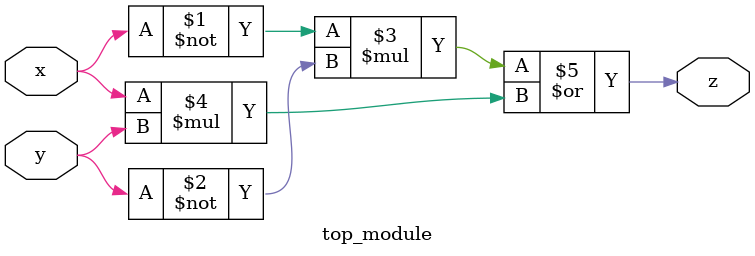
<source format=v>

module top_module ( input x, input y, output z );
    assign z = (~x * ~y) | (x * y);
    // z = ~(x^y);
endmodule

</source>
